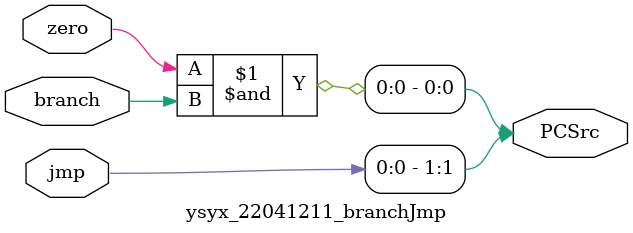
<source format=v>
module ysyx_22041211_branchJmp(
	input		                		zero,
	input		                        branch,
	input 		                        jmp,
	output		  [1:0]                 PCSrc
);
    assign PCSrc = {jmp ,(zero & branch)};

endmodule


</source>
